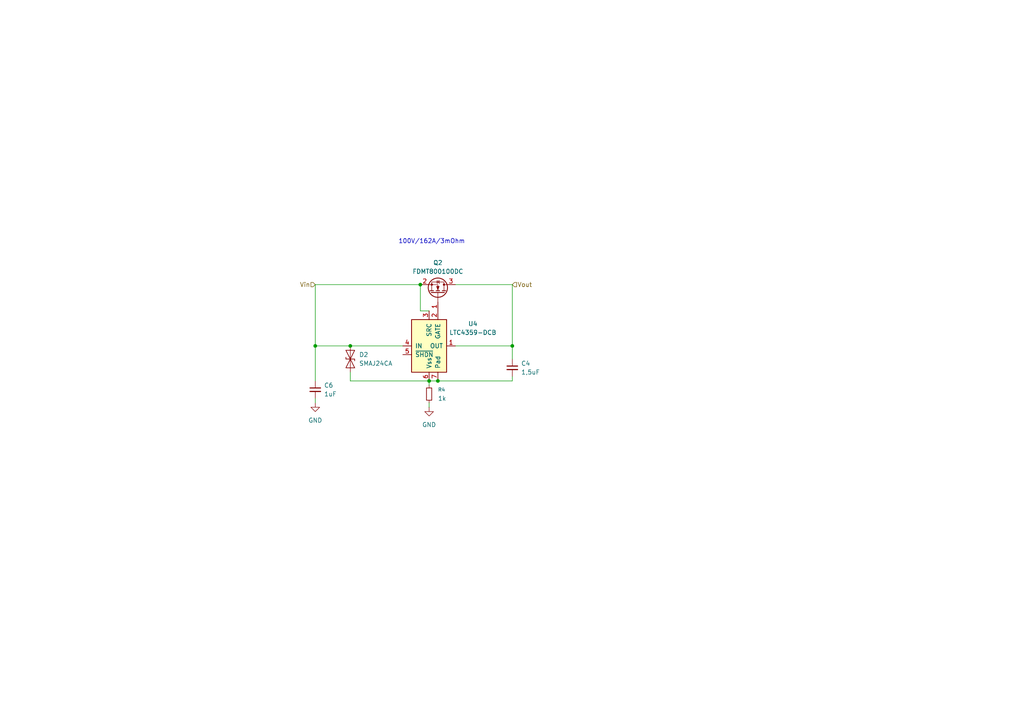
<source format=kicad_sch>
(kicad_sch (version 20250114) (generator "eeschema") (generator_version "9.0")
  (paper "A4")
  (lib_symbols
    (symbol "Device:C_Small" (pin_numbers (hide yes)) (pin_names (offset 0.254) (hide yes))
      (property "Reference" "C" (at 0.254 1.778 0))
      (property "Value" "C_Small" (at 0.254 -2.032 0))
      (symbol "C_Small_0_1"
        (polyline (pts (xy -1.524 0.508) (xy 1.524 0.508)) (stroke (width 0.3048)))
        (polyline (pts (xy -1.524 -0.508) (xy 1.524 -0.508)) (stroke (width 0.3302)))
      )
      (symbol "C_Small_1_1"
        (pin passive line (at 0 2.54 270) (length 2.032) (name "~") (number "1"))
        (pin passive line (at 0 -2.54 90) (length 2.032) (name "~") (number "2"))
      )
    )
    (symbol "Device:R_Small" (pin_numbers (hide yes)) (pin_names (offset 0.254) (hide yes))
      (property "Reference" "R" (at 0 0 90))
      (property "Value" "R_Small" (at 1.778 0 90))
      (symbol "R_Small_0_1"
        (rectangle (start -0.762 1.778) (end 0.762 -1.778) (stroke (width 0.2032)))
      )
      (symbol "R_Small_1_1"
        (pin passive line (at 0 2.54 270) (length 0.762) (name "~") (number "1"))
        (pin passive line (at 0 -2.54 90) (length 0.762) (name "~") (number "2"))
      )
    )
    (symbol "Diode:SMAJ24CA" (pin_numbers (hide yes)) (pin_names (offset 1.016) (hide yes))
      (property "Reference" "D" (at 0 2.54 0))
      (property "Value" "SMAJ24CA" (at 0 -2.54 0))
      (symbol "SMAJ24CA_0_1"
        (polyline (pts (xy -2.54 -1.27) (xy 0 0) (xy -2.54 1.27) (xy -2.54 -1.27)) (stroke (width 0.2032)))
        (polyline (pts (xy 0.508 1.27) (xy 0 1.27) (xy 0 -1.27) (xy -0.508 -1.27)) (stroke (width 0.2032)))
        (polyline (pts (xy 1.27 0) (xy -1.27 0)))
        (polyline (pts (xy 2.54 1.27) (xy 2.54 -1.27) (xy 0 0) (xy 2.54 1.27)) (stroke (width 0.2032)))
      )
      (symbol "SMAJ24CA_1_1"
        (pin passive line (at -3.81 0 0) (length 2.54) (name "A1") (number "1"))
        (pin passive line (at 3.81 0 180) (length 2.54) (name "A2") (number "2"))
      )
    )
    (symbol "Power_Management:LTC4359-DCB" (pin_names (offset 1.016))
      (property "Reference" "U" (at -5.08 8.89 0))
      (property "Value" "LTC4359-DCB" (at 6.35 -6.35 0))
      (symbol "LTC4359-DCB_0_1"
        (rectangle (start -5.08 7.62) (end 5.08 -7.62) (stroke (width 0.254)) (fill (type background)))
      )
      (symbol "LTC4359-DCB_1_1"
        (pin power_in line (at -7.62 0 0) (length 2.54) (name "IN") (number "4"))
        (pin input line (at -7.62 -2.54 0) (length 2.54) (name "~{SHDN}") (number "5"))
        (pin input line (at 0 10.16 270) (length 2.54) (name "SRC") (number "3"))
        (pin power_in line (at 0 -10.16 90) (length 2.54) (name "Vss") (number "6"))
        (pin output line (at 2.54 10.16 270) (length 2.54) (name "GATE") (number "2"))
        (pin power_in line (at 2.54 -10.16 90) (length 2.54) (name "Pad") (number "7"))
        (pin input line (at 7.62 0 180) (length 2.54) (name "OUT") (number "1"))
      )
    )
    (symbol "Transistor_FET:FDMT800100DC" (pin_names (hide yes))
      (property "Reference" "Q" (at 5.08 1.905 0))
      (property "Value" "FDMT800100DC" (at 5.08 0 0))
      (symbol "FDMT800100DC_0_1"
        (polyline (pts (xy 0.254 1.905) (xy 0.254 -1.905)) (stroke (width 0.254)))
        (polyline (pts (xy 0.254 0) (xy -2.54 0)))
        (polyline (pts (xy 0.762 2.286) (xy 0.762 1.27)) (stroke (width 0.254)))
        (polyline (pts (xy 0.762 0.508) (xy 0.762 -0.508)) (stroke (width 0.254)))
        (polyline (pts (xy 0.762 -1.27) (xy 0.762 -2.286)) (stroke (width 0.254)))
        (polyline (pts (xy 0.762 -1.778) (xy 3.302 -1.778) (xy 3.302 1.778) (xy 0.762 1.778)))
        (polyline (pts (xy 1.016 0) (xy 2.032 0.381) (xy 2.032 -0.381) (xy 1.016 0)) (fill (type outline)))
        (circle (center 1.651 0) (radius 2.794) (stroke (width 0.254)))
        (polyline (pts (xy 2.54 2.54) (xy 2.54 1.778)))
        (circle (center 2.54 1.778) (radius 0.254) (fill (type outline)))
        (circle (center 2.54 -1.778) (radius 0.254) (fill (type outline)))
        (polyline (pts (xy 2.54 -2.54) (xy 2.54 0) (xy 0.762 0)))
        (polyline (pts (xy 2.794 0.508) (xy 2.921 0.381) (xy 3.683 0.381) (xy 3.81 0.254)))
        (polyline (pts (xy 3.302 0.381) (xy 2.921 -0.254) (xy 3.683 -0.254) (xy 3.302 0.381)))
      )
      (symbol "FDMT800100DC_1_1"
        (pin passive line (at -5.08 0 0) (length 2.54) (name "G") (number "1"))
        (pin passive line (at 2.54 5.08 270) (length 2.54) (name "D") (number "3"))
        (pin passive line (at 2.54 -5.08 90) (length 2.54) (name "S") (number "2"))
      )
    )
    (symbol "power:GND" (power) (pin_numbers (hide yes)) (pin_names (offset 0) (hide yes))
      (property "Value" "GND" (at 0 -3.81 0))
      (symbol "GND_0_1"
        (polyline (pts (xy 0 0) (xy 0 -1.27) (xy 1.27 -1.27) (xy 0 -2.54) (xy -1.27 -1.27) (xy 0 -1.27)))
      )
      (symbol "GND_1_1"
        (pin power_in line (at 0 0 270) (length 0) (name "~") (number "1"))
      )
    )
  )
  (text "100V/162A/3mOhm" (at 125.222 70.104 0) (effects (font (size 1.27 1.27))))
  (junction (at 148.59 100.33))
  (junction (at 91.44 100.33))
  (junction (at 121.92 82.55))
  (junction (at 101.6 100.33))
  (junction (at 124.46 110.49))
  (junction (at 127 110.49))
  (wire (pts (xy 132.08 100.33) (xy 148.59 100.33)))
  (wire (pts (xy 124.46 110.49) (xy 101.6 110.49)))
  (wire (pts (xy 124.46 116.84) (xy 124.46 118.11)))
  (wire (pts (xy 148.59 82.55) (xy 148.59 100.33)))
  (wire (pts (xy 101.6 100.33) (xy 116.84 100.33)))
  (wire (pts (xy 91.44 110.49) (xy 91.44 100.33)))
  (wire (pts (xy 91.44 115.57) (xy 91.44 116.84)))
  (wire (pts (xy 127 110.49) (xy 148.59 110.49)))
  (wire (pts (xy 124.46 90.17) (xy 121.92 90.17)))
  (wire (pts (xy 124.46 110.49) (xy 124.46 111.76)))
  (wire (pts (xy 148.59 100.33) (xy 148.59 104.14)))
  (wire (pts (xy 124.46 110.49) (xy 127 110.49)))
  (wire (pts (xy 101.6 110.49) (xy 101.6 107.95)))
  (wire (pts (xy 132.08 82.55) (xy 148.59 82.55)))
  (wire (pts (xy 148.59 110.49) (xy 148.59 109.22)))
  (wire (pts (xy 121.92 90.17) (xy 121.92 82.55)))
  (wire (pts (xy 91.44 100.33) (xy 91.44 82.55)))
  (wire (pts (xy 91.44 82.55) (xy 121.92 82.55)))
  (wire (pts (xy 91.44 100.33) (xy 101.6 100.33)))
  (hierarchical_label "Vin" (shape input) (at 91.44 82.55 180))
  (hierarchical_label "Vout" (shape input) (at 148.59 82.55 0))
  (symbol (lib_id "Device:C_Small") (at 91.44 113.03 0) (unit 1)
    (property "Reference" "C5" (at 93.98 111.7662 0) (effects (justify left)))
    (property "Value" "1uF" (at 93.98 114.3062 0) (effects (justify left)))
    (property "Footprint" "Capacitor_SMD:C_0805_2012Metric" (effects (hide yes)))
    (property "Description" "Unpolarized capacitor, small symbol" (effects (hide yes)))
    (instances (project "BatteryBackup" (path "" (reference "C6") (unit 1)) (path "" (reference "C5") (unit 1))))
  )
  (symbol (lib_id "Diode:SMAJ24CA") (at 101.6 104.14 90) (unit 1)
    (property "Reference" "D1" (at 104.14 102.8699 90) (effects (justify right)))
    (property "Value" "SMAJ24CA" (at 104.14 105.4099 90) (effects (justify right)))
    (property "Footprint" "Diode_SMD:D_SMA" (effects (hide yes)))
    (property "Datasheet" "https://www.littelfuse.com/media?resourcetype=datasheets&itemid=75e32973-b177-4ee3-a0ff-cedaf1abdb93&filename=smaj-datasheet" (effects (hide yes)))
    (property "Description" "400W bidirectional Transient Voltage Suppressor, 24.0Vr, SMA(DO-214AC)" (effects (hide yes)))
    (instances (project "" (path "" (reference "D2") (unit 1)) (path "" (reference "D1") (unit 1))))
  )
  (symbol (lib_id "Power_Management:LTC4359-DCB") (at 124.46 100.33 0) (unit 1)
    (property "Reference" "U3" (at 137.16 93.9098 0))
    (property "Value" "LTC4359-DCB" (at 137.16 96.4498 0))
    (property "Footprint" "Package_DFN_QFN:DFN-6-1EP_3x2mm_P0.5mm_EP1.65x1.35mm" (effects (hide yes)))
    (property "Datasheet" "https://www.analog.com/media/en/technical-documentation/data-sheets/ltc4359.pdf" (effects (hide yes)))
    (property "Description" "Ideal diode controller with reverse input protection, DFN-6" (effects (hide yes)))
    (instances (project "" (path "" (reference "U4") (unit 1)) (path "" (reference "U3") (unit 1))))
  )
  (symbol (lib_id "power:GND") (at 124.46 118.11 0) (unit 1)
    (property "Reference" "#PWR06" (effects (hide yes)))
    (property "Value" "GND" (at 124.46 123.19 0))
    (property "Description" "Power symbol creates a global label with name \"GND\" , ground" (effects (hide yes)))
    (instances (project "BatteryBackup" (path "" (reference "#PWR07") (unit 1)) (path "" (reference "#PWR06") (unit 1))))
  )
  (symbol (lib_id "Device:C_Small") (at 148.59 106.68 0) (unit 1)
    (property "Reference" "C3" (at 151.13 105.4162 0) (effects (justify left)))
    (property "Value" "1,5uF" (at 151.13 107.9562 0) (effects (justify left)))
    (property "Footprint" "Capacitor_SMD:C_0603_1608Metric" (effects (hide yes)))
    (property "Description" "Unpolarized capacitor, small symbol" (effects (hide yes)))
    (instances (project "BatteryBackup" (path "" (reference "C4") (unit 1)) (path "" (reference "C3") (unit 1))))
  )
  (symbol (lib_id "Transistor_FET:FDMT800100DC") (at 127 85.09 270) (mirror x) (unit 1)
    (property "Reference" "Q1" (at 127 76.2 90))
    (property "Value" "FDMT800100DC" (at 127 78.74 90))
    (property "Footprint" "Package_TO_SOT_SMD:PQFN_8x8" (effects (hide yes)))
    (property "Datasheet" "https://www.onsemi.com/pub/Collateral/FDMT800100DC-D.pdf" (effects (hide yes)))
    (property "Description" "24A Id, 100V Vds, N-Channel Dual Cool PowerTrench MOSFET, 2.95mOhm Ron, 111nC Qgmax, -55 to 150 °C, 8x8mm MLP" (effects (hide yes)))
    (instances (project "BatteryBackup" (path "" (reference "Q2") (unit 1)) (path "" (reference "Q1") (unit 1))))
  )
  (symbol (lib_id "power:GND") (at 91.44 116.84 0) (unit 1)
    (property "Reference" "#PWR08" (effects (hide yes)))
    (property "Value" "GND" (at 91.44 121.92 0))
    (property "Description" "Power symbol creates a global label with name \"GND\" , ground" (effects (hide yes)))
    (instances (project "BatteryBackup" (path "" (reference "#PWR09") (unit 1)) (path "" (reference "#PWR08") (unit 1))))
  )
  (symbol (lib_id "Device:R_Small") (at 124.46 114.3 0) (unit 1)
    (property "Reference" "R3" (at 127 113.0299 0) (effects (font (size 1.016 1.016)) (justify left)))
    (property "Value" "1k" (at 127 115.5699 0) (effects (justify left)))
    (property "Footprint" "Resistor_SMD:R_0603_1608Metric" (effects (hide yes)))
    (property "Description" "Resistor, small symbol" (effects (hide yes)))
    (instances (project "BatteryBackup" (path "" (reference "R4") (unit 1)) (path "" (reference "R3") (unit 1))))
  )
)
</source>
